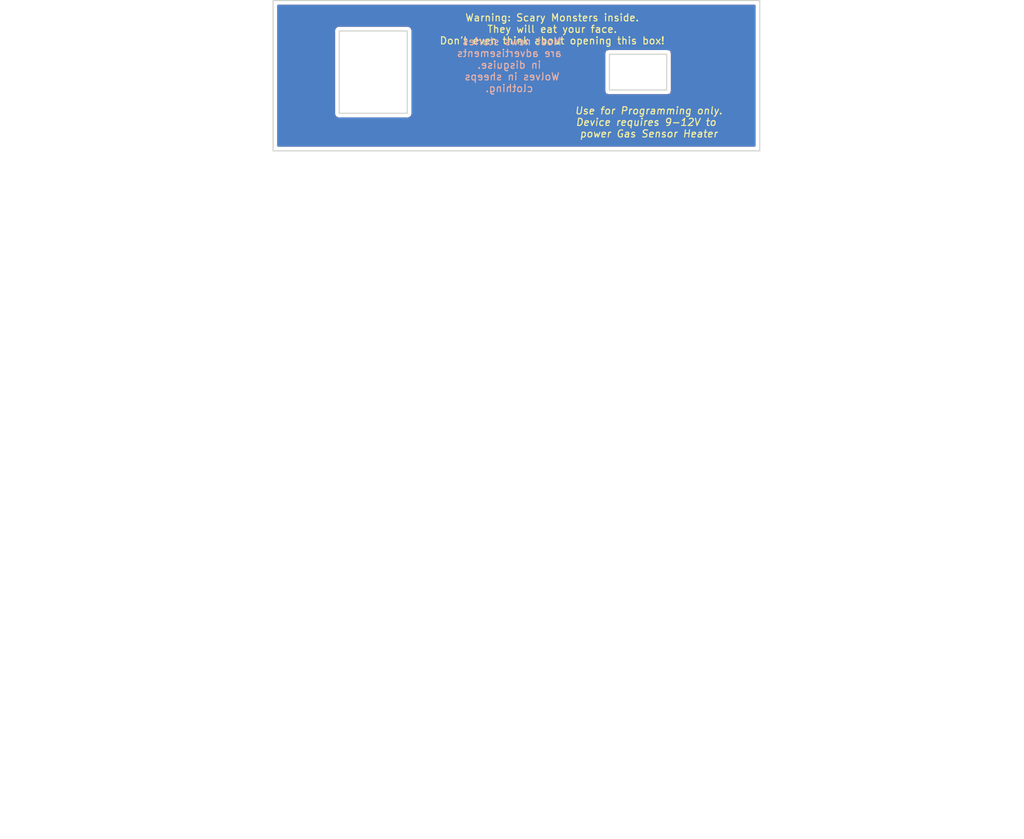
<source format=kicad_pcb>
(kicad_pcb (version 20171130) (host pcbnew 5.0.0-rc2)

  (general
    (thickness 1.6)
    (drawings 19)
    (tracks 0)
    (zones 0)
    (modules 0)
    (nets 1)
  )

  (page USLetter)
  (title_block
    (title "Project Title")
  )

  (layers
    (0 F.Cu signal)
    (31 B.Cu signal)
    (34 B.Paste user)
    (35 F.Paste user)
    (36 B.SilkS user)
    (37 F.SilkS user)
    (38 B.Mask user)
    (39 F.Mask user)
    (40 Dwgs.User user)
    (44 Edge.Cuts user)
    (46 B.CrtYd user)
    (47 F.CrtYd user)
    (48 B.Fab user)
    (49 F.Fab user)
  )

  (setup
    (last_trace_width 0.254)
    (user_trace_width 0.1524)
    (user_trace_width 0.254)
    (user_trace_width 0.3302)
    (user_trace_width 0.508)
    (user_trace_width 0.762)
    (user_trace_width 1.27)
    (trace_clearance 0.254)
    (zone_clearance 0.508)
    (zone_45_only no)
    (trace_min 0.1524)
    (segment_width 0.1524)
    (edge_width 0.1524)
    (via_size 0.6858)
    (via_drill 0.3302)
    (via_min_size 0.6858)
    (via_min_drill 0.3302)
    (user_via 0.6858 0.3302)
    (user_via 0.762 0.4064)
    (user_via 0.8636 0.508)
    (uvia_size 0.6858)
    (uvia_drill 0.3302)
    (uvias_allowed no)
    (uvia_min_size 0)
    (uvia_min_drill 0)
    (pcb_text_width 0.1524)
    (pcb_text_size 1.016 1.016)
    (mod_edge_width 0.1524)
    (mod_text_size 1.016 1.016)
    (mod_text_width 0.1524)
    (pad_size 1.524 1.524)
    (pad_drill 0.762)
    (pad_to_mask_clearance 0.0762)
    (solder_mask_min_width 0.1016)
    (pad_to_paste_clearance -0.0762)
    (aux_axis_origin 0 0)
    (visible_elements 7FFFFFFF)
    (pcbplotparams
      (layerselection 0x310fc_ffffffff)
      (usegerberextensions true)
      (usegerberattributes false)
      (usegerberadvancedattributes false)
      (creategerberjobfile false)
      (excludeedgelayer true)
      (linewidth 0.100000)
      (plotframeref false)
      (viasonmask false)
      (mode 1)
      (useauxorigin false)
      (hpglpennumber 1)
      (hpglpenspeed 20)
      (hpglpendiameter 15)
      (psnegative false)
      (psa4output false)
      (plotreference true)
      (plotvalue true)
      (plotinvisibletext false)
      (padsonsilk false)
      (subtractmaskfromsilk false)
      (outputformat 1)
      (mirror false)
      (drillshape 0)
      (scaleselection 1)
      (outputdirectory gerbers/))
  )

  (net 0 "")

  (net_class Default "This is the default net class."
    (clearance 0.254)
    (trace_width 0.254)
    (via_dia 0.6858)
    (via_drill 0.3302)
    (uvia_dia 0.6858)
    (uvia_drill 0.3302)
  )

  (gr_text "Most news stories \nare advertisements\nin disguise.\nWolves in sheeps \nclothing." (at 93 88) (layer B.SilkS)
    (effects (font (size 1.016 1.016) (thickness 0.1524)) (justify mirror))
  )
  (gr_line (start 78.75 83.25) (end 69.25 83.25) (layer Edge.Cuts) (width 0.1524))
  (gr_line (start 78.75 94.75) (end 78.75 83.25) (layer Edge.Cuts) (width 0.1524))
  (gr_line (start 69.25 94.75) (end 78.75 94.75) (layer Edge.Cuts) (width 0.1524))
  (gr_line (start 69.25 83.25) (end 69.25 94.75) (layer Edge.Cuts) (width 0.1524))
  (gr_text "Warning: Scary Monsters inside.\nThey will eat your face.\nDon't even think about opening this box!" (at 99 83) (layer F.SilkS)
    (effects (font (size 1 1) (thickness 0.1524)))
  )
  (gr_text "Use for Programming only.\nDevice requires 9-12V to \npower Gas Sensor Heater" (at 112.5 96) (layer F.SilkS) (tstamp 5CF60329)
    (effects (font (size 1 1) (thickness 0.1524) italic))
  )
  (gr_text USB (at 102.5 89) (layer F.Mask) (tstamp 5CF60287)
    (effects (font (size 2 2) (thickness 0.4) italic))
  )
  (gr_text 9-12VDC (at 74 97) (layer F.Mask)
    (effects (font (size 2 2) (thickness 0.5) italic))
  )
  (gr_line (start 115 86.5) (end 115 87) (layer Edge.Cuts) (width 0.1524))
  (gr_line (start 107 86.5) (end 115 86.5) (layer Edge.Cuts) (width 0.1524))
  (gr_line (start 107 91.5) (end 107 86.5) (layer Edge.Cuts) (width 0.1524))
  (gr_line (start 115 91.5) (end 107 91.5) (layer Edge.Cuts) (width 0.1524))
  (gr_line (start 115 87) (end 115 91.5) (layer Edge.Cuts) (width 0.1524))
  (gr_line (start 128 100) (end 60 100) (layer Edge.Cuts) (width 0.1524))
  (gr_line (start 128 79) (end 128 100) (layer Edge.Cuts) (width 0.1524))
  (gr_line (start 60 79) (end 128 79) (layer Edge.Cuts) (width 0.1524))
  (gr_line (start 60 100) (end 60 79) (layer Edge.Cuts) (width 0.1524))
  (gr_text "FABRICATION NOTES\n\n1. THIS IS A 2 LAYER BOARD. \n2. EXTERNAL LAYERS SHALL HAVE 1 OZ COPPER.\n3. MATERIAL: FR4 AND 0.062 INCH +/- 10% THICK.\n4. BOARDS SHALL BE ROHS COMPLIANT. \n5. MANUFACTURE IN ACCORDANCE WITH IPC-6012 CLASS 2\n6. MASK: BOTH SIDES OF THE BOARD SHALL HAVE \n   SOLDER MASK (ANY COLOR) OVER BARE COPPER. \n7. SILK: BOTH SIDES OF THE BOARD SHALL HAVE \n   WHITE SILKSCREEN. DO NOT PLACE SILK OVER BARE COPPER.\n8. FINISH: ENIG.\n9. MINIMUM TRACE WIDTH - 0.006 INCH.\n   MINIMUM SPACE - 0.006 INCH.\n   MINIMUM HOLE DIA - 0.013 INCH. \n10. MAX HOLE PLACEMENT TOLERANCE OF +/- 0.003 INCH.\n11. MAX HOLE DIAMETER TOLERANCE OF +/- 0.003 INCH AFTER PLATING." (at 21.844 161.544) (layer Dwgs.User)
    (effects (font (size 2.54 2.54) (thickness 0.254)) (justify left))
  )

  (zone (net 0) (net_name "") (layers F&B.Cu) (tstamp 0) (hatch edge 0.508)
    (connect_pads (clearance 0.508))
    (min_thickness 0.254)
    (keepout (tracks not_allowed) (vias not_allowed) (copperpour not_allowed))
    (fill (arc_segments 16) (thermal_gap 0.508) (thermal_bridge_width 0.508))
    (polygon
      (pts
        (xy 106.5 86) (xy 106.5 92) (xy 115.5 92) (xy 115.5 86)
      )
    )
  )
  (zone (net 0) (net_name "") (layers F&B.Cu) (tstamp 0) (hatch edge 0.508)
    (connect_pads (clearance 0.508))
    (min_thickness 0.254)
    (keepout (tracks not_allowed) (vias not_allowed) (copperpour not_allowed))
    (fill (arc_segments 16) (thermal_gap 0.508) (thermal_bridge_width 0.508))
    (polygon
      (pts
        (xy 69 83) (xy 79 83) (xy 79 95) (xy 69 95)
      )
    )
  )
  (zone (net 0) (net_name "") (layer F.Cu) (tstamp 0) (hatch edge 0.508)
    (connect_pads (clearance 0.508))
    (min_thickness 0.254)
    (fill yes (arc_segments 16) (thermal_gap 0.508) (thermal_bridge_width 0.508))
    (polygon
      (pts
        (xy 60.5 79.5) (xy 60.5 99.5) (xy 127.5 99.5) (xy 127.5 79.5)
      )
    )
    (filled_polygon
      (pts
        (xy 127.288801 99.2888) (xy 60.711199 99.2888) (xy 60.711199 83.25) (xy 68.524867 83.25) (xy 68.5388 83.320046)
        (xy 68.538801 94.679949) (xy 68.524867 94.75) (xy 68.580064 95.027496) (xy 68.737254 95.262746) (xy 68.972504 95.419936)
        (xy 69.179954 95.4612) (xy 69.25 95.475133) (xy 69.320045 95.4612) (xy 78.679955 95.4612) (xy 78.75 95.475133)
        (xy 78.820046 95.4612) (xy 79.027496 95.419936) (xy 79.262746 95.262746) (xy 79.419936 95.027496) (xy 79.475133 94.75)
        (xy 79.461199 94.679949) (xy 79.461199 86.5) (xy 106.274867 86.5) (xy 106.288801 86.570051) (xy 106.2888 91.429953)
        (xy 106.274867 91.5) (xy 106.330064 91.777496) (xy 106.373 91.841754) (xy 106.373 92) (xy 106.382667 92.048601)
        (xy 106.410197 92.089803) (xy 106.451399 92.117333) (xy 106.5 92.127) (xy 106.658246 92.127) (xy 106.722504 92.169936)
        (xy 106.929954 92.2112) (xy 106.929955 92.2112) (xy 107 92.225133) (xy 107.070046 92.2112) (xy 114.929954 92.2112)
        (xy 115 92.225133) (xy 115.070045 92.2112) (xy 115.070046 92.2112) (xy 115.277496 92.169936) (xy 115.341754 92.127)
        (xy 115.5 92.127) (xy 115.548601 92.117333) (xy 115.589803 92.089803) (xy 115.617333 92.048601) (xy 115.627 92)
        (xy 115.627 91.841754) (xy 115.669936 91.777496) (xy 115.725133 91.5) (xy 115.7112 91.429953) (xy 115.711199 87.07005)
        (xy 115.7112 87.070045) (xy 115.711199 86.57005) (xy 115.725133 86.5) (xy 115.669936 86.222504) (xy 115.627 86.158246)
        (xy 115.627 86) (xy 115.617333 85.951399) (xy 115.589803 85.910197) (xy 115.548601 85.882667) (xy 115.5 85.873)
        (xy 115.341754 85.873) (xy 115.277496 85.830064) (xy 115.070046 85.7888) (xy 115 85.774867) (xy 114.929955 85.7888)
        (xy 107.070045 85.7888) (xy 107 85.774867) (xy 106.929954 85.7888) (xy 106.722504 85.830064) (xy 106.658246 85.873)
        (xy 106.5 85.873) (xy 106.451399 85.882667) (xy 106.410197 85.910197) (xy 106.382667 85.951399) (xy 106.373 86)
        (xy 106.373 86.158246) (xy 106.330064 86.222504) (xy 106.274867 86.5) (xy 79.461199 86.5) (xy 79.4612 83.320046)
        (xy 79.475133 83.25) (xy 79.419936 82.972504) (xy 79.262746 82.737254) (xy 79.027496 82.580064) (xy 78.820046 82.5388)
        (xy 78.820045 82.5388) (xy 78.75 82.524867) (xy 78.679954 82.5388) (xy 69.320046 82.5388) (xy 69.25 82.524867)
        (xy 69.179955 82.5388) (xy 69.179954 82.5388) (xy 68.972504 82.580064) (xy 68.737254 82.737254) (xy 68.580064 82.972504)
        (xy 68.524867 83.25) (xy 60.711199 83.25) (xy 60.7112 79.7112) (xy 127.2888 79.7112)
      )
    )
  )
  (zone (net 0) (net_name "") (layer B.Cu) (tstamp 5CF60312) (hatch edge 0.508)
    (connect_pads (clearance 0.508))
    (min_thickness 0.254)
    (fill yes (arc_segments 16) (thermal_gap 0.508) (thermal_bridge_width 0.508))
    (polygon
      (pts
        (xy 60.494746 79.5) (xy 60.494746 99.5) (xy 127.494746 99.5) (xy 127.494746 79.5)
      )
    )
    (filled_polygon
      (pts
        (xy 127.288801 99.2888) (xy 60.711199 99.2888) (xy 60.711199 83.25) (xy 68.524867 83.25) (xy 68.5388 83.320046)
        (xy 68.538801 94.679949) (xy 68.524867 94.75) (xy 68.580064 95.027496) (xy 68.737254 95.262746) (xy 68.972504 95.419936)
        (xy 69.179954 95.4612) (xy 69.25 95.475133) (xy 69.320045 95.4612) (xy 78.679955 95.4612) (xy 78.75 95.475133)
        (xy 78.820046 95.4612) (xy 79.027496 95.419936) (xy 79.262746 95.262746) (xy 79.419936 95.027496) (xy 79.475133 94.75)
        (xy 79.461199 94.679949) (xy 79.461199 86.5) (xy 106.274867 86.5) (xy 106.288801 86.570051) (xy 106.2888 91.429953)
        (xy 106.274867 91.5) (xy 106.330064 91.777496) (xy 106.373 91.841754) (xy 106.373 92) (xy 106.382667 92.048601)
        (xy 106.410197 92.089803) (xy 106.451399 92.117333) (xy 106.5 92.127) (xy 106.658246 92.127) (xy 106.722504 92.169936)
        (xy 106.929954 92.2112) (xy 106.929955 92.2112) (xy 107 92.225133) (xy 107.070046 92.2112) (xy 114.929954 92.2112)
        (xy 115 92.225133) (xy 115.070045 92.2112) (xy 115.070046 92.2112) (xy 115.277496 92.169936) (xy 115.341754 92.127)
        (xy 115.5 92.127) (xy 115.548601 92.117333) (xy 115.589803 92.089803) (xy 115.617333 92.048601) (xy 115.627 92)
        (xy 115.627 91.841754) (xy 115.669936 91.777496) (xy 115.725133 91.5) (xy 115.7112 91.429953) (xy 115.711199 87.07005)
        (xy 115.7112 87.070045) (xy 115.711199 86.57005) (xy 115.725133 86.5) (xy 115.669936 86.222504) (xy 115.627 86.158246)
        (xy 115.627 86) (xy 115.617333 85.951399) (xy 115.589803 85.910197) (xy 115.548601 85.882667) (xy 115.5 85.873)
        (xy 115.341754 85.873) (xy 115.277496 85.830064) (xy 115.070046 85.7888) (xy 115 85.774867) (xy 114.929955 85.7888)
        (xy 107.070045 85.7888) (xy 107 85.774867) (xy 106.929954 85.7888) (xy 106.722504 85.830064) (xy 106.658246 85.873)
        (xy 106.5 85.873) (xy 106.451399 85.882667) (xy 106.410197 85.910197) (xy 106.382667 85.951399) (xy 106.373 86)
        (xy 106.373 86.158246) (xy 106.330064 86.222504) (xy 106.274867 86.5) (xy 79.461199 86.5) (xy 79.4612 83.320046)
        (xy 79.475133 83.25) (xy 79.419936 82.972504) (xy 79.262746 82.737254) (xy 79.027496 82.580064) (xy 78.820046 82.5388)
        (xy 78.820045 82.5388) (xy 78.75 82.524867) (xy 78.679954 82.5388) (xy 69.320046 82.5388) (xy 69.25 82.524867)
        (xy 69.179955 82.5388) (xy 69.179954 82.5388) (xy 68.972504 82.580064) (xy 68.737254 82.737254) (xy 68.580064 82.972504)
        (xy 68.524867 83.25) (xy 60.711199 83.25) (xy 60.7112 79.7112) (xy 127.2888 79.7112)
      )
    )
  )
)

</source>
